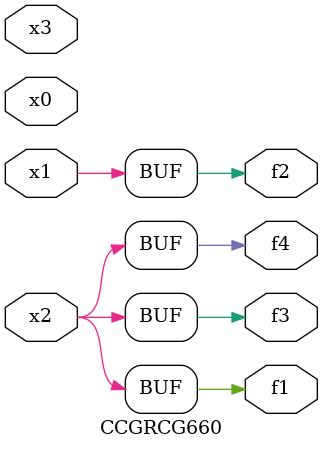
<source format=v>
module CCGRCG660(
	input x0, x1, x2, x3,
	output f1, f2, f3, f4
);
	assign f1 = x2;
	assign f2 = x1;
	assign f3 = x2;
	assign f4 = x2;
endmodule

</source>
